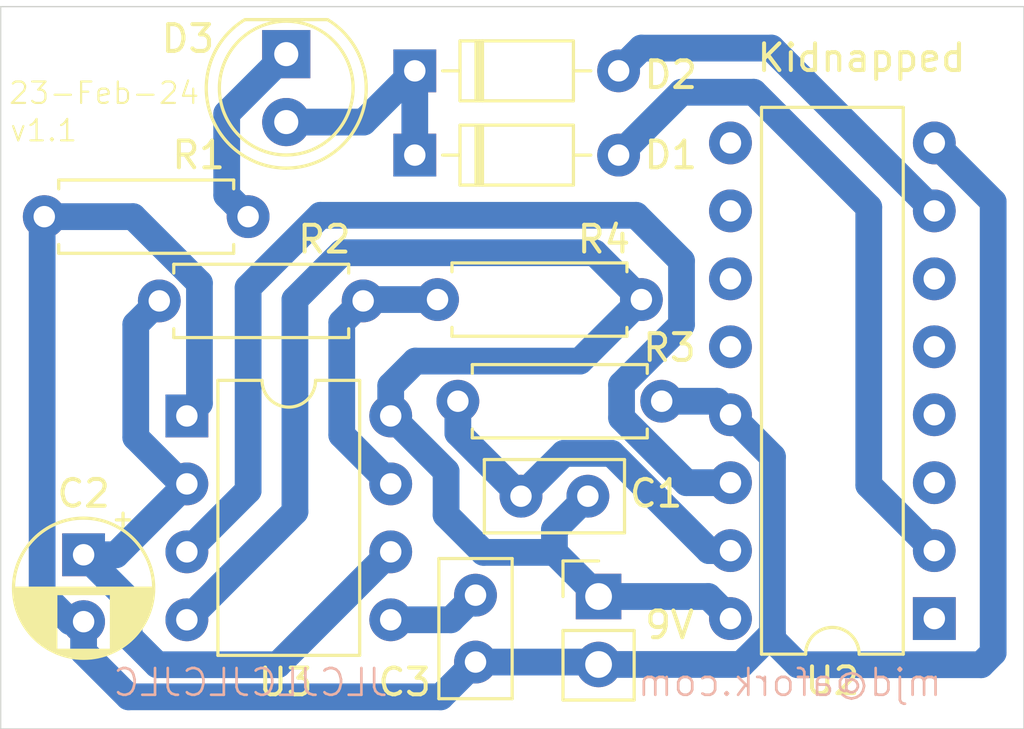
<source format=kicad_pcb>
(kicad_pcb (version 20240108) (generator "pcbnew") (generator_version "8.0")
  (layers (0 "F.Cu" signal) (31 "B.Cu" signal) (34 "B.Paste" user) (35 "F.Paste" user) (36 "B.SilkS" user "B.Silkscreen") (37 "F.SilkS" user "F.Silkscreen") (38 "B.Mask" user) (39 "F.Mask" user) (44 "Edge.Cuts" user))
  (net 0 "")
  (net 1 "GND")
  (net 2 "Net-(BT1-+)")
  (net 3 "Net-(U2-Reset)")
  (net 4 "Net-(U3-THR)")
  (net 5 "Net-(U3-CV)")
  (net 6 "Net-(D1-A)")
  (net 7 "Net-(D1-K)")
  (net 8 "Net-(D2-A)")
  (net 9 "Net-(D3-K)")
  (net 10 "Net-(U3-DIS)")
  (net 20 "Net-(U2-CLK)")
  (footprint "LED_THT:LED_D5.0mm" (layer "F.Cu") (at 139.625 91.125 -90)
    (property "Reference" "D3" (at -0.575001 3.674999 180) (layer "F.SilkS"))
    (property "Value" "LED")
    (fp_line (start -1.29 -1.545) (end -1.29 1.545) (stroke (width 0.12)) (layer "F.SilkS"))
    (fp_arc (start 4.26 -0.000462) (mid 2.072002 2.880433) (end -1.29 1.54483) (stroke (width 0.12)) (layer "F.SilkS"))
    (fp_arc (start -1.29 -1.54483) (mid 2.072002 -2.880433) (end 4.26 0.000462) (stroke (width 0.12)) (layer "F.SilkS"))
    (fp_circle (center 1.27 0) (end 3.77 0) (stroke (width 0.12)) (fill none) (layer "F.SilkS"))
    (pad "1" thru_hole rect (at 0 0 270) (size 1.8 1.8) (drill 0.9) (layers "*.Cu" "*.Mask") (net 9 "Net-(D3-K)"))
    (pad "2" thru_hole circle (at 2.54 0 270) (size 1.8 1.8) (drill 0.9) (layers "*.Cu" "*.Mask") (net 7 "Net-(D1-K)"))
  )
  (footprint "Capacitor_THT:C_Disc_D5.0mm_W2.5mm_P2.50mm" (layer "F.Cu") (at 146.7 111.35 -90)
    (property "Reference" "C3" (at 3.249999 2.649999 180) (layer "F.SilkS"))
    (property "Value" "10n")
    (fp_line (start -1.37 1.37) (end 3.87 1.37) (stroke (width 0.12)) (layer "F.SilkS"))
    (fp_line (start -1.37 -1.37) (end -1.37 1.37) (stroke (width 0.12)) (layer "F.SilkS"))
    (fp_line (start -1.37 -1.37) (end 3.87 -1.37) (stroke (width 0.12)) (layer "F.SilkS"))
    (fp_line (start 3.87 -1.37) (end 3.87 1.37) (stroke (width 0.12)) (layer "F.SilkS"))
    (pad "1" thru_hole circle (at 0 0 270) (size 1.6 1.6) (drill 0.8) (layers "*.Cu" "*.Mask") (net 5 "Net-(U3-CV)"))
    (pad "2" thru_hole circle (at 2.5 0 270) (size 1.6 1.6) (drill 0.8) (layers "*.Cu" "*.Mask") (net 1 "GND"))
  )
  (footprint "Package_DIP:DIP-8_W7.62mm" (layer "F.Cu") (at 135.91 104.65)
    (property "Reference" "U3" (at 3.69 9.95 0) (layer "F.SilkS"))
    (property "Value" "NE555P")
    (fp_line (start 1.16 -1.33) (end 1.16 8.95) (stroke (width 0.12)) (layer "F.SilkS"))
    (fp_line (start 1.16 8.95) (end 6.46 8.95) (stroke (width 0.12)) (layer "F.SilkS"))
    (fp_line (start 2.81 -1.33) (end 1.16 -1.33) (stroke (width 0.12)) (layer "F.SilkS"))
    (fp_line (start 6.46 -1.33) (end 4.81 -1.33) (stroke (width 0.12)) (layer "F.SilkS"))
    (fp_line (start 6.46 8.95) (end 6.46 -1.33) (stroke (width 0.12)) (layer "F.SilkS"))
    (fp_arc (start 4.81 -1.33) (mid 3.81 -0.33) (end 2.81 -1.33) (stroke (width 0.12)) (layer "F.SilkS"))
    (pad "1" thru_hole rect (at 0 0) (size 1.6 1.6) (drill 0.8) (layers "*.Cu" "*.Mask") (net 1 "GND"))
    (pad "2" thru_hole oval (at 0 2.54) (size 1.6 1.6) (drill 0.8) (layers "*.Cu" "*.Mask") (net 4 "Net-(U3-THR)"))
    (pad "3" thru_hole oval (at 0 5.08) (size 1.6 1.6) (drill 0.8) (layers "*.Cu" "*.Mask") (net 20 "Net-(U2-CLK)"))
    (pad "4" thru_hole oval (at 0 7.62) (size 1.6 1.6) (drill 0.8) (layers "*.Cu" "*.Mask") (net 2 "Net-(BT1-+)"))
    (pad "5" thru_hole oval (at 7.62 7.62) (size 1.6 1.6) (drill 0.8) (layers "*.Cu" "*.Mask") (net 5 "Net-(U3-CV)"))
    (pad "6" thru_hole oval (at 7.62 5.08) (size 1.6 1.6) (drill 0.8) (layers "*.Cu" "*.Mask") (net 4 "Net-(U3-THR)"))
    (pad "7" thru_hole oval (at 7.62 2.54) (size 1.6 1.6) (drill 0.8) (layers "*.Cu" "*.Mask") (net 10 "Net-(U3-DIS)"))
    (pad "8" thru_hole oval (at 7.62 0) (size 1.6 1.6) (drill 0.8) (layers "*.Cu" "*.Mask") (net 2 "Net-(BT1-+)"))
  )
  (footprint "Diode_THT:D_DO-35_SOD27_P7.62mm_Horizontal" (layer "F.Cu") (at 144.43 94.9)
    (property "Reference" "D1" (at 9.57 0 360) (layer "F.SilkS"))
    (property "Value" "1N914")
    (fp_line (start 1.04 0) (end 1.69 0) (stroke (width 0.12)) (layer "F.SilkS"))
    (fp_line (start 1.69 -1.12) (end 1.69 1.12) (stroke (width 0.12)) (layer "F.SilkS"))
    (fp_line (start 1.69 1.12) (end 5.93 1.12) (stroke (width 0.12)) (layer "F.SilkS"))
    (fp_line (start 2.29 -1.12) (end 2.29 1.12) (stroke (width 0.12)) (layer "F.SilkS"))
    (fp_line (start 2.41 -1.12) (end 2.41 1.12) (stroke (width 0.12)) (layer "F.SilkS"))
    (fp_line (start 2.53 -1.12) (end 2.53 1.12) (stroke (width 0.12)) (layer "F.SilkS"))
    (fp_line (start 5.93 -1.12) (end 1.69 -1.12) (stroke (width 0.12)) (layer "F.SilkS"))
    (fp_line (start 5.93 1.12) (end 5.93 -1.12) (stroke (width 0.12)) (layer "F.SilkS"))
    (fp_line (start 6.58 0) (end 5.93 0) (stroke (width 0.12)) (layer "F.SilkS"))
    (pad "1" thru_hole rect (at 0 0) (size 1.6 1.6) (drill 0.8) (layers "*.Cu" "*.Mask") (net 7 "Net-(D1-K)"))
    (pad "2" thru_hole oval (at 7.62 0) (size 1.6 1.6) (drill 0.8) (layers "*.Cu" "*.Mask") (net 6 "Net-(D1-A)"))
  )
  (footprint "Resistor_THT:R_Axial_DIN0207_L6.3mm_D2.5mm_P7.62mm_Horizontal" (layer "F.Cu") (at 152.9 100.3 180)
    (property "Reference" "R3" (at -1.05 -1.8 180) (layer "F.SilkS"))
    (property "Value" "4k7")
    (fp_line (start 7.08 1.37) (end 7.08 1.04) (stroke (width 0.12)) (layer "F.SilkS"))
    (fp_line (start 7.08 -1.37) (end 7.08 -1.04) (stroke (width 0.12)) (layer "F.SilkS"))
    (fp_line (start 0.54 1.37) (end 7.08 1.37) (stroke (width 0.12)) (layer "F.SilkS"))
    (fp_line (start 0.54 1.04) (end 0.54 1.37) (stroke (width 0.12)) (layer "F.SilkS"))
    (fp_line (start 0.54 -1.04) (end 0.54 -1.37) (stroke (width 0.12)) (layer "F.SilkS"))
    (fp_line (start 0.54 -1.37) (end 7.08 -1.37) (stroke (width 0.12)) (layer "F.SilkS"))
    (pad "1" thru_hole circle (at 0 0 180) (size 1.6 1.6) (drill 0.8) (layers "*.Cu" "*.Mask") (net 2 "Net-(BT1-+)"))
    (pad "2" thru_hole oval (at 7.62 0 180) (size 1.6 1.6) (drill 0.8) (layers "*.Cu" "*.Mask") (net 10 "Net-(U3-DIS)"))
  )
  (footprint "Connector_PinHeader_2.54mm:PinHeader_1x02_P2.54mm_Vertical" (layer "F.Cu") (at 151.3 111.4)
    (property "Reference" "BT1" (hide yes))
    (property "Value" "9V")
    (fp_line (start -1.33 -1.33) (end 0 -1.33) (stroke (width 0.12)) (layer "F.SilkS"))
    (fp_line (start -1.33 0) (end -1.33 -1.33) (stroke (width 0.12)) (layer "F.SilkS"))
    (fp_line (start -1.33 1.27) (end -1.33 3.87) (stroke (width 0.12)) (layer "F.SilkS"))
    (fp_line (start -1.33 1.27) (end 1.33 1.27) (stroke (width 0.12)) (layer "F.SilkS"))
    (fp_line (start -1.33 3.87) (end 1.33 3.87) (stroke (width 0.12)) (layer "F.SilkS"))
    (fp_line (start 1.33 1.27) (end 1.33 3.87) (stroke (width 0.12)) (layer "F.SilkS"))
    (pad "1" thru_hole rect (at 0 0) (size 1.7 1.7) (drill 1) (layers "*.Cu" "*.Mask") (net 2 "Net-(BT1-+)"))
    (pad "2" thru_hole oval (at 0 2.54) (size 1.7 1.7) (drill 1) (layers "*.Cu" "*.Mask") (net 1 "GND"))
  )
  (footprint "Diode_THT:D_DO-35_SOD27_P7.62mm_Horizontal" (layer "F.Cu") (at 144.43 91.75)
    (property "Reference" "D2" (at 9.57 0.15 360) (layer "F.SilkS"))
    (property "Value" "1N914")
    (fp_line (start 1.04 0) (end 1.69 0) (stroke (width 0.12)) (layer "F.SilkS"))
    (fp_line (start 1.69 -1.12) (end 1.69 1.12) (stroke (width 0.12)) (layer "F.SilkS"))
    (fp_line (start 1.69 1.12) (end 5.93 1.12) (stroke (width 0.12)) (layer "F.SilkS"))
    (fp_line (start 2.29 -1.12) (end 2.29 1.12) (stroke (width 0.12)) (layer "F.SilkS"))
    (fp_line (start 2.41 -1.12) (end 2.41 1.12) (stroke (width 0.12)) (layer "F.SilkS"))
    (fp_line (start 2.53 -1.12) (end 2.53 1.12) (stroke (width 0.12)) (layer "F.SilkS"))
    (fp_line (start 5.93 -1.12) (end 1.69 -1.12) (stroke (width 0.12)) (layer "F.SilkS"))
    (fp_line (start 5.93 1.12) (end 5.93 -1.12) (stroke (width 0.12)) (layer "F.SilkS"))
    (fp_line (start 6.58 0) (end 5.93 0) (stroke (width 0.12)) (layer "F.SilkS"))
    (pad "1" thru_hole rect (at 0 0) (size 1.6 1.6) (drill 0.8) (layers "*.Cu" "*.Mask") (net 7 "Net-(D1-K)"))
    (pad "2" thru_hole oval (at 7.62 0) (size 1.6 1.6) (drill 0.8) (layers "*.Cu" "*.Mask") (net 8 "Net-(D2-A)"))
  )
  (footprint "Package_DIP:DIP-16_W7.62mm" (layer "F.Cu") (at 163.85 112.225 180)
    (property "Reference" "U2" (at 3.81 -2.33 180) (layer "F.SilkS"))
    (property "Value" "4017")
    (fp_line (start 6.46 19.11) (end 6.46 -1.33) (stroke (width 0.12)) (layer "F.SilkS"))
    (fp_line (start 6.46 -1.33) (end 4.81 -1.33) (stroke (width 0.12)) (layer "F.SilkS"))
    (fp_line (start 2.81 -1.33) (end 1.16 -1.33) (stroke (width 0.12)) (layer "F.SilkS"))
    (fp_line (start 1.16 19.11) (end 6.46 19.11) (stroke (width 0.12)) (layer "F.SilkS"))
    (fp_line (start 1.16 -1.33) (end 1.16 19.11) (stroke (width 0.12)) (layer "F.SilkS"))
    (fp_arc (start 4.81 -1.33) (mid 3.81 -0.33) (end 2.81 -1.33) (stroke (width 0.12)) (layer "F.SilkS"))
    (pad "1" thru_hole rect (at 0 0 180) (size 1.6 1.6) (drill 0.8) (layers "*.Cu" "*.Mask"))
    (pad "2" thru_hole oval (at 0 2.54 180) (size 1.6 1.6) (drill 0.8) (layers "*.Cu" "*.Mask") (net 6 "Net-(D1-A)"))
    (pad "3" thru_hole oval (at 0 5.08 180) (size 1.6 1.6) (drill 0.8) (layers "*.Cu" "*.Mask"))
    (pad "4" thru_hole oval (at 0 7.62 180) (size 1.6 1.6) (drill 0.8) (layers "*.Cu" "*.Mask"))
    (pad "5" thru_hole oval (at 0 10.16 180) (size 1.6 1.6) (drill 0.8) (layers "*.Cu" "*.Mask"))
    (pad "6" thru_hole oval (at 0 12.7 180) (size 1.6 1.6) (drill 0.8) (layers "*.Cu" "*.Mask"))
    (pad "7" thru_hole oval (at 0 15.24 180) (size 1.6 1.6) (drill 0.8) (layers "*.Cu" "*.Mask") (net 8 "Net-(D2-A)"))
    (pad "8" thru_hole oval (at 0 17.78 180) (size 1.6 1.6) (drill 0.8) (layers "*.Cu" "*.Mask") (net 1 "GND"))
    (pad "9" thru_hole oval (at 7.62 17.78 180) (size 1.6 1.6) (drill 0.8) (layers "*.Cu" "*.Mask"))
    (pad "10" thru_hole oval (at 7.62 15.24 180) (size 1.6 1.6) (drill 0.8) (layers "*.Cu" "*.Mask"))
    (pad "11" thru_hole oval (at 7.62 12.7 180) (size 1.6 1.6) (drill 0.8) (layers "*.Cu" "*.Mask"))
    (pad "12" thru_hole oval (at 7.62 10.16 180) (size 1.6 1.6) (drill 0.8) (layers "*.Cu" "*.Mask"))
    (pad "13" thru_hole oval (at 7.62 7.62 180) (size 1.6 1.6) (drill 0.8) (layers "*.Cu" "*.Mask") (net 1 "GND"))
    (pad "14" thru_hole oval (at 7.62 5.08 180) (size 1.6 1.6) (drill 0.8) (layers "*.Cu" "*.Mask") (net 20 "Net-(U2-CLK)"))
    (pad "15" thru_hole oval (at 7.62 2.54 180) (size 1.6 1.6) (drill 0.8) (layers "*.Cu" "*.Mask") (net 3 "Net-(U2-Reset)"))
    (pad "16" thru_hole oval (at 7.62 0 180) (size 1.6 1.6) (drill 0.8) (layers "*.Cu" "*.Mask") (net 2 "Net-(BT1-+)"))
  )
  (footprint "Capacitor_THT:C_Disc_D5.0mm_W2.5mm_P2.50mm" (layer "F.Cu") (at 150.9 107.65 180)
    (property "Reference" "C1" (at -2.55 0.1 180) (layer "F.SilkS"))
    (property "Value" "100n")
    (fp_line (start 3.87 -1.37) (end 3.87 1.37) (stroke (width 0.12)) (layer "F.SilkS"))
    (fp_line (start -1.37 1.37) (end 3.87 1.37) (stroke (width 0.12)) (layer "F.SilkS"))
    (fp_line (start -1.37 -1.37) (end 3.87 -1.37) (stroke (width 0.12)) (layer "F.SilkS"))
    (fp_line (start -1.37 -1.37) (end -1.37 1.37) (stroke (width 0.12)) (layer "F.SilkS"))
    (pad "1" thru_hole circle (at 0 0 180) (size 1.6 1.6) (drill 0.8) (layers "*.Cu" "*.Mask") (net 2 "Net-(BT1-+)"))
    (pad "2" thru_hole circle (at 2.5 0 180) (size 1.6 1.6) (drill 0.8) (layers "*.Cu" "*.Mask") (net 3 "Net-(U2-Reset)"))
  )
  (footprint "Resistor_THT:R_Axial_DIN0207_L6.3mm_D2.5mm_P7.62mm_Horizontal" (layer "F.Cu") (at 138.2 97.2 180)
    (property "Reference" "R1" (at 1.85 2.3 180) (layer "F.SilkS"))
    (property "Value" "R")
    (fp_line (start 7.08 1.37) (end 7.08 1.04) (stroke (width 0.12)) (layer "F.SilkS"))
    (fp_line (start 7.08 -1.37) (end 7.08 -1.04) (stroke (width 0.12)) (layer "F.SilkS"))
    (fp_line (start 0.54 1.37) (end 7.08 1.37) (stroke (width 0.12)) (layer "F.SilkS"))
    (fp_line (start 0.54 1.04) (end 0.54 1.37) (stroke (width 0.12)) (layer "F.SilkS"))
    (fp_line (start 0.54 -1.04) (end 0.54 -1.37) (stroke (width 0.12)) (layer "F.SilkS"))
    (fp_line (start 0.54 -1.37) (end 7.08 -1.37) (stroke (width 0.12)) (layer "F.SilkS"))
    (pad "1" thru_hole circle (at 0 0 180) (size 1.6 1.6) (drill 0.8) (layers "*.Cu" "*.Mask") (net 9 "Net-(D3-K)"))
    (pad "2" thru_hole oval (at 7.62 0 180) (size 1.6 1.6) (drill 0.8) (layers "*.Cu" "*.Mask") (net 1 "GND"))
  )
  (footprint "Capacitor_THT:CP_Radial_D5.0mm_P2.50mm" (layer "F.Cu") (at 132.05 109.839774 -90)
    (property "Reference" "C2" (at -2.289775 -0.000001 180) (layer "F.SilkS"))
    (property "Value" "47u")
    (fp_line (start 1.49 1.04) (end 1.49 2.569) (stroke (width 0.12)) (layer "F.SilkS"))
    (fp_line (start 1.53 1.04) (end 1.53 2.565) (stroke (width 0.12)) (layer "F.SilkS"))
    (fp_line (start 1.57 1.04) (end 1.57 2.561) (stroke (width 0.12)) (layer "F.SilkS"))
    (fp_line (start 1.61 1.04) (end 1.61 2.556) (stroke (width 0.12)) (layer "F.SilkS"))
    (fp_line (start 1.65 1.04) (end 1.65 2.55) (stroke (width 0.12)) (layer "F.SilkS"))
    (fp_line (start 1.69 1.04) (end 1.69 2.543) (stroke (width 0.12)) (layer "F.SilkS"))
    (fp_line (start 1.73 1.04) (end 1.73 2.536) (stroke (width 0.12)) (layer "F.SilkS"))
    (fp_line (start 1.77 1.04) (end 1.77 2.528) (stroke (width 0.12)) (layer "F.SilkS"))
    (fp_line (start 1.81 1.04) (end 1.81 2.52) (stroke (width 0.12)) (layer "F.SilkS"))
    (fp_line (start 1.85 1.04) (end 1.85 2.511) (stroke (width 0.12)) (layer "F.SilkS"))
    (fp_line (start 1.89 1.04) (end 1.89 2.501) (stroke (width 0.12)) (layer "F.SilkS"))
    (fp_line (start 1.93 1.04) (end 1.93 2.491) (stroke (width 0.12)) (layer "F.SilkS"))
    (fp_line (start 1.971 1.04) (end 1.971 2.48) (stroke (width 0.12)) (layer "F.SilkS"))
    (fp_line (start 2.011 1.04) (end 2.011 2.468) (stroke (width 0.12)) (layer "F.SilkS"))
    (fp_line (start 2.051 1.04) (end 2.051 2.455) (stroke (width 0.12)) (layer "F.SilkS"))
    (fp_line (start 2.091 1.04) (end 2.091 2.442) (stroke (width 0.12)) (layer "F.SilkS"))
    (fp_line (start 2.131 1.04) (end 2.131 2.428) (stroke (width 0.12)) (layer "F.SilkS"))
    (fp_line (start 2.171 1.04) (end 2.171 2.414) (stroke (width 0.12)) (layer "F.SilkS"))
    (fp_line (start 2.211 1.04) (end 2.211 2.398) (stroke (width 0.12)) (layer "F.SilkS"))
    (fp_line (start 2.251 1.04) (end 2.251 2.382) (stroke (width 0.12)) (layer "F.SilkS"))
    (fp_line (start 2.291 1.04) (end 2.291 2.365) (stroke (width 0.12)) (layer "F.SilkS"))
    (fp_line (start 2.331 1.04) (end 2.331 2.348) (stroke (width 0.12)) (layer "F.SilkS"))
    (fp_line (start 2.371 1.04) (end 2.371 2.329) (stroke (width 0.12)) (layer "F.SilkS"))
    (fp_line (start 2.411 1.04) (end 2.411 2.31) (stroke (width 0.12)) (layer "F.SilkS"))
    (fp_line (start 2.451 1.04) (end 2.451 2.29) (stroke (width 0.12)) (layer "F.SilkS"))
    (fp_line (start 2.491 1.04) (end 2.491 2.268) (stroke (width 0.12)) (layer "F.SilkS"))
    (fp_line (start 2.531 1.04) (end 2.531 2.247) (stroke (width 0.12)) (layer "F.SilkS"))
    (fp_line (start 2.571 1.04) (end 2.571 2.224) (stroke (width 0.12)) (layer "F.SilkS"))
    (fp_line (start 2.611 1.04) (end 2.611 2.2) (stroke (width 0.12)) (layer "F.SilkS"))
    (fp_line (start 2.651 1.04) (end 2.651 2.175) (stroke (width 0.12)) (layer "F.SilkS"))
    (fp_line (start 2.691 1.04) (end 2.691 2.149) (stroke (width 0.12)) (layer "F.SilkS"))
    (fp_line (start 2.731 1.04) (end 2.731 2.122) (stroke (width 0.12)) (layer "F.SilkS"))
    (fp_line (start 2.771 1.04) (end 2.771 2.095) (stroke (width 0.12)) (layer "F.SilkS"))
    (fp_line (start 2.811 1.04) (end 2.811 2.065) (stroke (width 0.12)) (layer "F.SilkS"))
    (fp_line (start 2.851 1.04) (end 2.851 2.035) (stroke (width 0.12)) (layer "F.SilkS"))
    (fp_line (start 2.891 1.04) (end 2.891 2.004) (stroke (width 0.12)) (layer "F.SilkS"))
    (fp_line (start 2.931 1.04) (end 2.931 1.971) (stroke (width 0.12)) (layer "F.SilkS"))
    (fp_line (start 2.971 1.04) (end 2.971 1.937) (stroke (width 0.12)) (layer "F.SilkS"))
    (fp_line (start 3.011 1.04) (end 3.011 1.901) (stroke (width 0.12)) (layer "F.SilkS"))
    (fp_line (start 3.051 1.04) (end 3.051 1.864) (stroke (width 0.12)) (layer "F.SilkS"))
    (fp_line (start 3.091 1.04) (end 3.091 1.826) (stroke (width 0.12)) (layer "F.SilkS"))
    (fp_line (start 3.131 1.04) (end 3.131 1.785) (stroke (width 0.12)) (layer "F.SilkS"))
    (fp_line (start 3.171 1.04) (end 3.171 1.743) (stroke (width 0.12)) (layer "F.SilkS"))
    (fp_line (start 3.211 1.04) (end 3.211 1.699) (stroke (width 0.12)) (layer "F.SilkS"))
    (fp_line (start 3.251 1.04) (end 3.251 1.653) (stroke (width 0.12)) (layer "F.SilkS"))
    (fp_line (start 3.291 1.04) (end 3.291 1.605) (stroke (width 0.12)) (layer "F.SilkS"))
    (fp_line (start 3.331 1.04) (end 3.331 1.554) (stroke (width 0.12)) (layer "F.SilkS"))
    (fp_line (start 3.371 1.04) (end 3.371 1.5) (stroke (width 0.12)) (layer "F.SilkS"))
    (fp_line (start 3.411 1.04) (end 3.411 1.443) (stroke (width 0.12)) (layer "F.SilkS"))
    (fp_line (start 3.451 1.04) (end 3.451 1.383) (stroke (width 0.12)) (layer "F.SilkS"))
    (fp_line (start 3.491 1.04) (end 3.491 1.319) (stroke (width 0.12)) (layer "F.SilkS"))
    (fp_line (start 3.531 1.04) (end 3.531 1.251) (stroke (width 0.12)) (layer "F.SilkS"))
    (fp_line (start 3.851 -0.284) (end 3.851 0.284) (stroke (width 0.12)) (layer "F.SilkS"))
    (fp_line (start 3.811 -0.518) (end 3.811 0.518) (stroke (width 0.12)) (layer "F.SilkS"))
    (fp_line (start 3.771 -0.677) (end 3.771 0.677) (stroke (width 0.12)) (layer "F.SilkS"))
    (fp_line (start 3.731 -0.805) (end 3.731 0.805) (stroke (width 0.12)) (layer "F.SilkS"))
    (fp_line (start 3.691 -0.915) (end 3.691 0.915) (stroke (width 0.12)) (layer "F.SilkS"))
    (fp_line (start 3.651 -1.011) (end 3.651 1.011) (stroke (width 0.12)) (layer "F.SilkS"))
    (fp_line (start 3.611 -1.098) (end 3.611 1.098) (stroke (width 0.12)) (layer "F.SilkS"))
    (fp_line (start 3.571 -1.178) (end 3.571 1.178) (stroke (width 0.12)) (layer "F.SilkS"))
    (fp_line (start 3.531 -1.251) (end 3.531 -1.04) (stroke (width 0.12)) (layer "F.SilkS"))
    (fp_line (start 3.491 -1.319) (end 3.491 -1.04) (stroke (width 0.12)) (layer "F.SilkS"))
    (fp_line (start 3.451 -1.383) (end 3.451 -1.04) (stroke (width 0.12)) (layer "F.SilkS"))
    (fp_line (start 3.411 -1.443) (end 3.411 -1.04) (stroke (width 0.12)) (layer "F.SilkS"))
    (fp_line (start -1.554775 -1.475) (end -1.054775 -1.475) (stroke (width 0.12)) (layer "F.SilkS"))
    (fp_line (start 3.371 -1.5) (end 3.371 -1.04) (stroke (width 0.12)) (layer "F.SilkS"))
    (fp_line (start 3.331 -1.554) (end 3.331 -1.04) (stroke (width 0.12)) (layer "F.SilkS"))
    (fp_line (start 3.291 -1.605) (end 3.291 -1.04) (stroke (width 0.12)) (layer "F.SilkS"))
    (fp_line (start 3.251 -1.653) (end 3.251 -1.04) (stroke (width 0.12)) (layer "F.SilkS"))
    (fp_line (start 3.211 -1.699) (end 3.211 -1.04) (stroke (width 0.12)) (layer "F.SilkS"))
    (fp_line (start -1.304775 -1.725) (end -1.304775 -1.225) (stroke (width 0.12)) (layer "F.SilkS"))
    (fp_line (start 3.171 -1.743) (end 3.171 -1.04) (stroke (width 0.12)) (layer "F.SilkS"))
    (fp_line (start 3.131 -1.785) (end 3.131 -1.04) (stroke (width 0.12)) (layer "F.SilkS"))
    (fp_line (start 3.091 -1.826) (end 3.091 -1.04) (stroke (width 0.12)) (layer "F.SilkS"))
    (fp_line (start 3.051 -1.864) (end 3.051 -1.04) (stroke (width 0.12)) (layer "F.SilkS"))
    (fp_line (start 3.011 -1.901) (end 3.011 -1.04) (stroke (width 0.12)) (layer "F.SilkS"))
    (fp_line (start 2.971 -1.937) (end 2.971 -1.04) (stroke (width 0.12)) (layer "F.SilkS"))
    (fp_line (start 2.931 -1.971) (end 2.931 -1.04) (stroke (width 0.12)) (layer "F.SilkS"))
    (fp_line (start 2.891 -2.004) (end 2.891 -1.04) (stroke (width 0.12)) (layer "F.SilkS"))
    (fp_line (start 2.851 -2.035) (end 2.851 -1.04) (stroke (width 0.12)) (layer "F.SilkS"))
    (fp_line (start 2.811 -2.065) (end 2.811 -1.04) (stroke (width 0.12)) (layer "F.SilkS"))
    (fp_line (start 2.771 -2.095) (end 2.771 -1.04) (stroke (width 0.12)) (layer "F.SilkS"))
    (fp_line (start 2.731 -2.122) (end 2.731 -1.04) (stroke (width 0.12)) (layer "F.SilkS"))
    (fp_line (start 2.691 -2.149) (end 2.691 -1.04) (stroke (width 0.12)) (layer "F.SilkS"))
    (fp_line (start 2.651 -2.175) (end 2.651 -1.04) (stroke (width 0.12)) (layer "F.SilkS"))
    (fp_line (start 2.611 -2.2) (end 2.611 -1.04) (stroke (width 0.12)) (layer "F.SilkS"))
    (fp_line (start 2.571 -2.224) (end 2.571 -1.04) (stroke (width 0.12)) (layer "F.SilkS"))
    (fp_line (start 2.531 -2.247) (end 2.531 -1.04) (stroke (width 0.12)) (layer "F.SilkS"))
    (fp_line (start 2.491 -2.268) (end 2.491 -1.04) (stroke (width 0.12)) (layer "F.SilkS"))
    (fp_line (start 2.451 -2.29) (end 2.451 -1.04) (stroke (width 0.12)) (layer "F.SilkS"))
    (fp_line (start 2.411 -2.31) (end 2.411 -1.04) (stroke (width 0.12)) (layer "F.SilkS"))
    (fp_line (start 2.371 -2.329) (end 2.371 -1.04) (stroke (width 0.12)) (layer "F.SilkS"))
    (fp_line (start 2.331 -2.348) (end 2.331 -1.04) (stroke (width 0.12)) (layer "F.SilkS"))
    (fp_line (start 2.291 -2.365) (end 2.291 -1.04) (stroke (width 0.12)) (layer "F.SilkS"))
    (fp_line (start 2.251 -2.382) (end 2.251 -1.04) (stroke (width 0.12)) (layer "F.SilkS"))
    (fp_line (start 2.211 -2.398) (end 2.211 -1.04) (stroke (width 0.12)) (layer "F.SilkS"))
    (fp_line (start 2.171 -2.414) (end 2.171 -1.04) (stroke (width 0.12)) (layer "F.SilkS"))
    (fp_line (start 2.131 -2.428) (end 2.131 -1.04) (stroke (width 0.12)) (layer "F.SilkS"))
    (fp_line (start 2.091 -2.442) (end 2.091 -1.04) (stroke (width 0.12)) (layer "F.SilkS"))
    (fp_line (start 2.051 -2.455) (end 2.051 -1.04) (stroke (width 0.12)) (layer "F.SilkS"))
    (fp_line (start 2.011 -2.468) (end 2.011 -1.04) (stroke (width 0.12)) (layer "F.SilkS"))
    (fp_line (start 1.971 -2.48) (end 1.971 -1.04) (stroke (width 0.12)) (layer "F.SilkS"))
    (fp_line (start 1.93 -2.491) (end 1.93 -1.04) (stroke (width 0.12)) (layer "F.SilkS"))
    (fp_line (start 1.89 -2.501) (end 1.89 -1.04) (stroke (width 0.12)) (layer "F.SilkS"))
    (fp_line (start 1.85 -2.511) (end 1.85 -1.04) (stroke (width 0.12)) (layer "F.SilkS"))
    (fp_line (start 1.81 -2.52) (end 1.81 -1.04) (stroke (width 0.12)) (layer "F.SilkS"))
    (fp_line (start 1.77 -2.528) (end 1.77 -1.04) (stroke (width 0.12)) (layer "F.SilkS"))
    (fp_line (start 1.73 -2.536) (end 1.73 -1.04) (stroke (width 0.12)) (layer "F.SilkS"))
    (fp_line (start 1.69 -2.543) (end 1.69 -1.04) (stroke (width 0.12)) (layer "F.SilkS"))
    (fp_line (start 1.65 -2.55) (end 1.65 -1.04) (stroke (width 0.12)) (layer "F.SilkS"))
    (fp_line (start 1.61 -2.556) (end 1.61 -1.04) (stroke (width 0.12)) (layer "F.SilkS"))
    (fp_line (start 1.57 -2.561) (end 1.57 -1.04) (stroke (width 0.12)) (layer "F.SilkS"))
    (fp_line (start 1.53 -2.565) (end 1.53 -1.04) (stroke (width 0.12)) (layer "F.SilkS"))
    (fp_line (start 1.49 -2.569) (end 1.49 -1.04) (stroke (width 0.12)) (layer "F.SilkS"))
    (fp_line (start 1.45 -2.573) (end 1.45 2.573) (stroke (width 0.12)) (layer "F.SilkS"))
    (fp_line (start 1.41 -2.576) (end 1.41 2.576) (stroke (width 0.12)) (layer "F.SilkS"))
    (fp_line (start 1.37 -2.578) (end 1.37 2.578) (stroke (width 0.12)) (layer "F.SilkS"))
    (fp_line (start 1.33 -2.579) (end 1.33 2.579) (stroke (width 0.12)) (layer "F.SilkS"))
    (fp_line (start 1.25 -2.58) (end 1.25 2.58) (stroke (width 0.12)) (layer "F.SilkS"))
    (fp_line (start 1.29 -2.58) (end 1.29 2.58) (stroke (width 0.12)) (layer "F.SilkS"))
    (fp_circle (center 1.25 0) (end 3.87 0) (stroke (width 0.12)) (fill none) (layer "F.SilkS"))
    (pad "1" thru_hole rect (at 0 0 270) (size 1.6 1.6) (drill 0.8) (layers "*.Cu" "*.Mask") (net 4 "Net-(U3-THR)"))
    (pad "2" thru_hole circle (at 2.5 0 270) (size 1.6 1.6) (drill 0.8) (layers "*.Cu" "*.Mask") (net 1 "GND"))
  )
  (footprint "Resistor_THT:R_Axial_DIN0207_L6.3mm_D2.5mm_P7.62mm_Horizontal" (layer "F.Cu") (at 146.04 104.1)
    (property "Reference" "R4" (at 5.46 -6.05 360) (layer "F.SilkS"))
    (property "Value" "10k")
    (fp_line (start 0.54 -1.37) (end 7.08 -1.37) (stroke (width 0.12)) (layer "F.SilkS"))
    (fp_line (start 0.54 -1.04) (end 0.54 -1.37) (stroke (width 0.12)) (layer "F.SilkS"))
    (fp_line (start 0.54 1.04) (end 0.54 1.37) (stroke (width 0.12)) (layer "F.SilkS"))
    (fp_line (start 0.54 1.37) (end 7.08 1.37) (stroke (width 0.12)) (layer "F.SilkS"))
    (fp_line (start 7.08 -1.37) (end 7.08 -1.04) (stroke (width 0.12)) (layer "F.SilkS"))
    (fp_line (start 7.08 1.37) (end 7.08 1.04) (stroke (width 0.12)) (layer "F.SilkS"))
    (pad "1" thru_hole circle (at 0 0) (size 1.6 1.6) (drill 0.8) (layers "*.Cu" "*.Mask") (net 3 "Net-(U2-Reset)"))
    (pad "2" thru_hole oval (at 7.62 0) (size 1.6 1.6) (drill 0.8) (layers "*.Cu" "*.Mask") (net 1 "GND"))
  )
  (footprint "Resistor_THT:R_Axial_DIN0207_L6.3mm_D2.5mm_P7.62mm_Horizontal" (layer "F.Cu") (at 142.5 100.35 180)
    (property "Reference" "R2" (at 1.45 2.3 180) (layer "F.SilkS"))
    (property "Value" "8k2")
    (fp_line (start 7.08 1.37) (end 7.08 1.04) (stroke (width 0.12)) (layer "F.SilkS"))
    (fp_line (start 7.08 -1.37) (end 7.08 -1.04) (stroke (width 0.12)) (layer "F.SilkS"))
    (fp_line (start 0.54 1.37) (end 7.08 1.37) (stroke (width 0.12)) (layer "F.SilkS"))
    (fp_line (start 0.54 1.04) (end 0.54 1.37) (stroke (width 0.12)) (layer "F.SilkS"))
    (fp_line (start 0.54 -1.04) (end 0.54 -1.37) (stroke (width 0.12)) (layer "F.SilkS"))
    (fp_line (start 0.54 -1.37) (end 7.08 -1.37) (stroke (width 0.12)) (layer "F.SilkS"))
    (pad "1" thru_hole circle (at 0 0 180) (size 1.6 1.6) (drill 0.8) (layers "*.Cu" "*.Mask") (net 10 "Net-(U3-DIS)"))
    (pad "2" thru_hole oval (at 7.62 0 180) (size 1.6 1.6) (drill 0.8) (layers "*.Cu" "*.Mask") (net 4 "Net-(U3-THR)"))
  )
  (gr_rect (start 128.95 89.35) (end 167.2 116.35) (stroke (width 0.05)) (fill none) (layer "Edge.Cuts"))
  (gr_text "JLCJLCJLCJLC" (at 143.5 115.2 0) (layer "B.SilkS") (effects (font (size 1 1) (thickness 0.1)) (justify left bottom mirror)))
  (gr_text "mjd@afork.com" (at 164.2 115.2 0) (layer "B.SilkS") (effects (font (size 1 1) (thickness 0.1)) (justify left bottom mirror)))
  (gr_text "Kidnapped" (at 157.15 91.85 0) (layer "F.SilkS") (effects (font (size 1 1)) (justify left bottom)))
  (gr_text "9V" (at 152.95 113.05 0) (layer "F.SilkS") (effects (font (size 1 1)) (justify left bottom)))
  (gr_text "v1.1" (at 129.25 94.45 0) (layer "F.SilkS") (effects (font (size 0.8 0.8) (thickness 0.08)) (justify left bottom)))
  (gr_text "23-Feb-24" (at 129.2 93.05 0) (layer "F.SilkS") (effects (font (size 0.8 0.8) (thickness 0.08)) (justify left bottom)))
  (segment (start 136.38 99.68) (end 133.9 97.2) (width 1) (layer "B.Cu") (net 1))
  (segment (start 130.5 111.289774) (end 131.55 112.339774) (width 1) (layer "B.Cu") (net 1))
  (segment (start 158.75 113.95) (end 157.68816 112.88816) (width 1) (layer "B.Cu") (net 1))
  (segment (start 157.8 112.776321) (end 157.8 106.175) (width 1) (layer "B.Cu") (net 1))
  (segment (start 133.728856 115.15) (end 145.4 115.15) (width 1) (layer "B.Cu") (net 1))
  (segment (start 165.6 113.95) (end 166.05 113.5) (width 1) (layer "B.Cu") (net 1))
  (segment (start 155.725 104.1) (end 153.66 104.1) (width 1) (layer "B.Cu") (net 1))
  (segment (start 151.21 113.85) (end 151.3 113.94) (width 1) (layer "B.Cu") (net 1))
  (segment (start 165.6 113.95) (end 158.75 113.95) (width 1) (layer "B.Cu") (net 1))
  (segment (start 146.7 113.85) (end 151.21 113.85) (width 1) (layer "B.Cu") (net 1))
  (segment (start 136.38 104.18) (end 136.38 99.68) (width 1) (layer "B.Cu") (net 1))
  (segment (start 157.68816 112.88816) (end 157.8 112.776321) (width 1) (layer "B.Cu") (net 1))
  (segment (start 132.05 112.339774) (end 132.05 113.471144) (width 1) (layer "B.Cu") (net 1))
  (segment (start 130.58 97.2) (end 130.5 97.28) (width 1) (layer "B.Cu") (net 1))
  (segment (start 145.4 115.15) (end 146.7 113.85) (width 1) (layer "B.Cu") (net 1))
  (segment (start 135.91 104.65) (end 136.38 104.18) (width 1) (layer "B.Cu") (net 1))
  (segment (start 131.55 112.339774) (end 132.05 112.339774) (width 1) (layer "B.Cu") (net 1))
  (segment (start 130.5 97.28) (end 130.5 111.289774) (width 1) (layer "B.Cu") (net 1))
  (segment (start 156.23 104.605) (end 155.725 104.1) (width 1) (layer "B.Cu") (net 1))
  (segment (start 132.05 113.471144) (end 133.728856 115.15) (width 1) (layer "B.Cu") (net 1))
  (segment (start 133.9 97.2) (end 130.58 97.2) (width 1) (layer "B.Cu") (net 1))
  (segment (start 157.8 106.175) (end 156.23 104.605) (width 1) (layer "B.Cu") (net 1))
  (segment (start 166.05 113.5) (end 166.05 96.645) (width 1) (layer "B.Cu") (net 1))
  (segment (start 151.3 113.94) (end 156.636321 113.94) (width 1) (layer "B.Cu") (net 1))
  (segment (start 156.636321 113.94) (end 156.851321 113.725) (width 1) (layer "B.Cu") (net 1))
  (segment (start 166.05 96.645) (end 163.85 94.445) (width 1) (layer "B.Cu") (net 1))
  (segment (start 156.851321 113.725) (end 157.68816 112.88816) (width 1) (layer "B.Cu") (net 1))
  (segment (start 155.405 111.4) (end 156.23 112.225) (width 1) (layer "B.Cu") (net 2))
  (segment (start 141.7 98.55) (end 151.15 98.55) (width 1) (layer "B.Cu") (net 2))
  (segment (start 150.6 102.6) (end 152.9 100.3) (width 1) (layer "B.Cu") (net 2))
  (segment (start 139.95 100.3) (end 141.7 98.55) (width 1) (layer "B.Cu") (net 2))
  (segment (start 150.9 107.65) (end 149.65 108.9) (width 1) (layer "B.Cu") (net 2))
  (segment (start 147 109.75) (end 149.65 109.75) (width 1) (layer "B.Cu") (net 2))
  (segment (start 149.65 108.9) (end 149.65 109.75) (width 1) (layer "B.Cu") (net 2))
  (segment (start 143.53 104.65) (end 143.53 103.51863) (width 1) (layer "B.Cu") (net 2))
  (segment (start 143.53 103.51863) (end 144.44863 102.6) (width 1) (layer "B.Cu") (net 2))
  (segment (start 155.805 111.8) (end 156.23 112.225) (width 0.75) (layer "B.Cu") (net 2))
  (segment (start 139.95 108.23) (end 139.95 100.3) (width 1) (layer "B.Cu") (net 2))
  (segment (start 135.91 112.27) (end 139.95 108.23) (width 1) (layer "B.Cu") (net 2))
  (segment (start 145.6 106.72) (end 145.6 108.35) (width 1) (layer "B.Cu") (net 2))
  (segment (start 149.65 109.75) (end 151.3 111.4) (width 1) (layer "B.Cu") (net 2))
  (segment (start 145.6 108.35) (end 147 109.75) (width 1) (layer "B.Cu") (net 2))
  (segment (start 151.15 98.55) (end 152.9 100.3) (width 1) (layer "B.Cu") (net 2))
  (segment (start 151.3 111.4) (end 155.405 111.4) (width 1) (layer "B.Cu") (net 2))
  (segment (start 143.53 104.65) (end 145.6 106.72) (width 1) (layer "B.Cu") (net 2))
  (segment (start 144.44863 102.6) (end 150.6 102.6) (width 1) (layer "B.Cu") (net 2))
  (segment (start 146.04 104.1) (end 146.04 105.29) (width 1) (layer "B.Cu") (net 3))
  (segment (start 146.04 105.29) (end 148.4 107.65) (width 1) (layer "B.Cu") (net 3))
  (segment (start 148.4 107.65) (end 150 106.05) (width 1) (layer "B.Cu") (net 3))
  (segment (start 151.791623 106.05) (end 155.426623 109.685) (width 1) (layer "B.Cu") (net 3))
  (segment (start 155.426623 109.685) (end 156.23 109.685) (width 1) (layer "B.Cu") (net 3))
  (segment (start 150 106.05) (end 151.791623 106.05) (width 1) (layer "B.Cu") (net 3))
  (segment (start 134 105.45) (end 134 101.23) (width 1) (layer "B.Cu") (net 4))
  (segment (start 134 101.23) (end 134.88 100.35) (width 1) (layer "B.Cu") (net 4))
  (segment (start 133.260226 109.839774) (end 135.91 107.19) (width 1) (layer "B.Cu") (net 4))
  (segment (start 132.05 109.839774) (end 133.260226 109.839774) (width 1) (layer "B.Cu") (net 4))
  (segment (start 143.53 109.73) (end 139.31 113.95) (width 1) (layer "B.Cu") (net 4))
  (segment (start 134.8 113.95) (end 133.75 112.9) (width 1) (layer "B.Cu") (net 4))
  (segment (start 139.31 113.95) (end 134.8 113.95) (width 1) (layer "B.Cu") (net 4))
  (segment (start 135.74 107.19) (end 134 105.45) (width 1) (layer "B.Cu") (net 4))
  (segment (start 135.91 107.19) (end 135.74 107.19) (width 1) (layer "B.Cu") (net 4))
  (segment (start 133.75 111.539774) (end 132.05 109.839774) (width 1) (layer "B.Cu") (net 4))
  (segment (start 133.75 112.9) (end 133.75 111.539774) (width 1) (layer "B.Cu") (net 4))
  (segment (start 145.78 112.27) (end 146.7 111.35) (width 1) (layer "B.Cu") (net 5))
  (segment (start 143.53 112.27) (end 145.78 112.27) (width 1) (layer "B.Cu") (net 5))
  (segment (start 157.1 92.55) (end 161.4 96.85) (width 1) (layer "B.Cu") (net 6))
  (segment (start 152.05 94.9) (end 154.4 92.55) (width 1) (layer "B.Cu") (net 6))
  (segment (start 161.4 107.235) (end 163.85 109.685) (width 1) (layer "B.Cu") (net 6))
  (segment (start 161.4 96.85) (end 161.4 107.235) (width 1) (layer "B.Cu") (net 6))
  (segment (start 154.4 92.55) (end 157.1 92.55) (width 1) (layer "B.Cu") (net 6))
  (segment (start 144.43 94.9) (end 144.43 91.75) (width 1) (layer "B.Cu") (net 7))
  (segment (start 139.625 93.665) (end 142.515 93.665) (width 1) (layer "B.Cu") (net 7))
  (segment (start 142.515 93.665) (end 144.43 91.75) (width 1) (layer "B.Cu") (net 7))
  (segment (start 152.05 91.75) (end 152.9 90.9) (width 1) (layer "B.Cu") (net 8))
  (segment (start 152.9 90.9) (end 157.765 90.9) (width 1) (layer "B.Cu") (net 8))
  (segment (start 157.765 90.9) (end 163.85 96.985) (width 1) (layer "B.Cu") (net 8))
  (segment (start 137.400001 93.349999) (end 139.625 91.125) (width 1) (layer "B.Cu") (net 9))
  (segment (start 138.2 97.2) (end 137.400001 96.400001) (width 1) (layer "B.Cu") (net 9))
  (segment (start 137.400001 96.400001) (end 137.400001 93.349999) (width 1) (layer "B.Cu") (net 9))
  (segment (start 141.700001 101.149999) (end 142.5 100.35) (width 1) (layer "B.Cu") (net 10))
  (segment (start 143.53 107.19) (end 141.700001 105.360001) (width 1) (layer "B.Cu") (net 10))
  (segment (start 141.700001 105.360001) (end 141.700001 101.149999) (width 1) (layer "B.Cu") (net 10))
  (segment (start 142.55 100.3) (end 145.28 100.3) (width 1) (layer "B.Cu") (net 10))
  (segment (start 142.5 100.35) (end 142.55 100.3) (width 1) (layer "B.Cu") (net 10))
  (segment (start 154.4 98.85) (end 152.7 97.15) (width 1) (layer "B.Cu") (net 20))
  (segment (start 152.7 97.15) (end 140.9 97.15) (width 1) (layer "B.Cu") (net 20))
  (segment (start 156.23 107.145) (end 154.583679 107.145) (width 1) (layer "B.Cu") (net 20))
  (segment (start 140.9 97.15) (end 138.2 99.85) (width 1) (layer "B.Cu") (net 20))
  (segment (start 154.4 101.238679) (end 154.4 98.85) (width 1) (layer "B.Cu") (net 20))
  (segment (start 138.2 107.44) (end 135.91 109.73) (width 1) (layer "B.Cu") (net 20))
  (segment (start 152.16 104.721321) (end 152.16 103.478679) (width 1) (layer "B.Cu") (net 20))
  (segment (start 152.16 103.478679) (end 154.4 101.238679) (width 1) (layer "B.Cu") (net 20))
  (segment (start 154.583679 107.145) (end 152.16 104.721321) (width 1) (layer "B.Cu") (net 20))
  (segment (start 138.2 99.85) (end 138.2 107.44) (width 1) (layer "B.Cu") (net 20))
)
</source>
